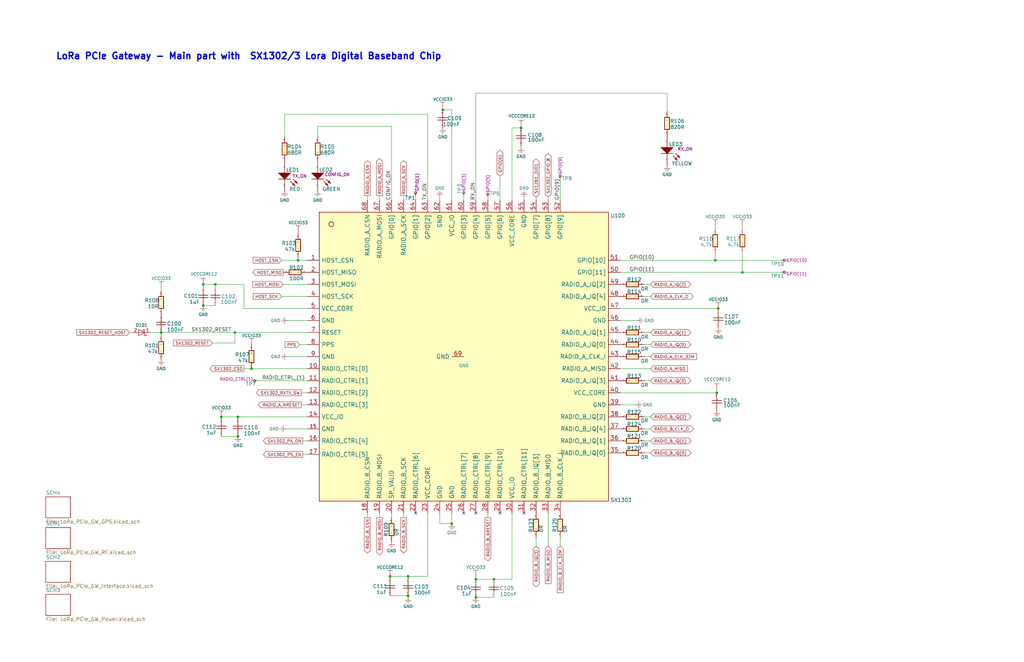
<source format=kicad_sch>
(kicad_sch (version 20230121) (generator eeschema)
  (paper "B")
  (title_block (title "LoRa PCIe Gateway Main") (date "2022-01-18") (rev "1.2") (company "Nebra Ltd") (comment 1 "SX1302/3 Schematic Part"))
  (junction (at 99.06 140.335))
  (junction (at 186.69 46.355))
  (junction (at 313.055 114.935))
  (junction (at 190.5 220.98))
  (junction (at 100.33 175.895))
  (junction (at 85.725 120.015))
  (junction (at 301.625 109.855))
  (junction (at 100.33 184.15))
  (junction (at 172.085 243.205))
  (junction (at 219.71 53.975))
  (junction (at 200.66 244.475))
  (junction (at 164.465 243.205))
  (junction (at 200.66 252.095))
  (junction (at 172.085 251.46))
  (junction (at 208.28 244.475))
  (junction (at 125.73 109.855))
  (junction (at 67.945 140.335))
  (junction (at 90.805 120.015))
  (junction (at 106.045 155.575))
  (junction (at 93.345 175.895))
  (junction (at 85.725 128.905))
  (junction (at 302.895 130.175))
  (junction (at 302.26 165.735))
  (no_connect (at 200.66 216.535))
  (no_connect (at 195.58 216.535))
  (no_connect (at 210.82 216.535))
  (no_connect (at 175.26 216.535))
  (no_connect (at 220.98 216.535))
  (wire (pts (xy 301.625 106.68) (xy 301.625 109.855)))
  (wire (pts (xy 180.34 243.205) (xy 180.34 216.535)))
  (wire (pts (xy 154.94 216.535) (xy 154.94 218.44)))
  (wire (pts (xy 274.32 145.415) (xy 271.78 145.415)))
  (wire (pts (xy 89.535 144.78) (xy 99.06 144.78)))
  (wire (pts (xy 215.9 244.475) (xy 208.28 244.475)))
  (wire (pts (xy 302.895 130.175) (xy 302.895 130.81)))
  (wire (pts (xy 120.015 48.26) (xy 180.34 48.26)))
  (wire (pts (xy 200.66 84.455) (xy 200.66 39.37)))
  (wire (pts (xy 301.625 109.855) (xy 329.565 109.855)))
  (wire (pts (xy 274.32 155.575) (xy 261.62 155.575)))
  (wire (pts (xy 215.9 53.975) (xy 219.71 53.975)))
  (wire (pts (xy 274.32 120.015) (xy 271.78 120.015)))
  (wire (pts (xy 261.62 135.255) (xy 268.605 135.255)))
  (wire (pts (xy 231.14 230.505) (xy 231.14 216.535)))
  (wire (pts (xy 180.34 48.26) (xy 180.34 84.455)))
  (wire (pts (xy 129.54 125.095) (xy 118.745 125.095)))
  (wire (pts (xy 133.985 53.34) (xy 165.1 53.34)))
  (wire (pts (xy 127.635 186.055) (xy 129.54 186.055)))
  (wire (pts (xy 186.69 46.355) (xy 190.5 46.355)))
  (wire (pts (xy 90.805 120.015) (xy 102.87 120.015)))
  (wire (pts (xy 154.94 82.55) (xy 154.94 84.455)))
  (wire (pts (xy 219.71 61.595) (xy 219.71 62.23)))
  (wire (pts (xy 190.5 220.98) (xy 190.5 216.535)))
  (wire (pts (xy 261.62 170.815) (xy 267.97 170.815)))
  (wire (pts (xy 129.54 109.855) (xy 125.73 109.855)))
  (wire (pts (xy 220.98 83.185) (xy 220.98 84.455)))
  (wire (pts (xy 185.42 83.185) (xy 185.42 84.455)))
  (wire (pts (xy 185.42 220.98) (xy 190.5 220.98)))
  (wire (pts (xy 236.22 226.695) (xy 236.22 230.505)))
  (wire (pts (xy 313.055 114.935) (xy 329.565 114.935)))
  (wire (pts (xy 205.74 216.535) (xy 205.74 218.44)))
  (wire (pts (xy 90.805 120.015) (xy 85.725 120.015)))
  (wire (pts (xy 125.73 97.79) (xy 125.73 98.425)))
  (wire (pts (xy 127 165.735) (xy 129.54 165.735)))
  (wire (pts (xy 274.32 125.095) (xy 271.78 125.095)))
  (wire (pts (xy 160.02 82.55) (xy 160.02 84.455)))
  (wire (pts (xy 55.88 140.335) (xy 54.61 140.335)))
  (wire (pts (xy 313.055 95.25) (xy 313.055 96.52)))
  (wire (pts (xy 120.65 180.975) (xy 129.54 180.975)))
  (wire (pts (xy 261.62 165.735) (xy 302.26 165.735)))
  (wire (pts (xy 106.045 155.575) (xy 102.87 155.575)))
  (wire (pts (xy 274.32 191.135) (xy 271.78 191.135)))
  (wire (pts (xy 208.28 244.475) (xy 200.66 244.475)))
  (wire (pts (xy 231.14 83.185) (xy 231.14 84.455)))
  (wire (pts (xy 210.82 74.295) (xy 210.82 84.455)))
  (wire (pts (xy 126.365 145.415) (xy 129.54 145.415)))
  (wire (pts (xy 274.32 140.335) (xy 271.78 140.335)))
  (wire (pts (xy 165.1 53.34) (xy 165.1 84.455)))
  (wire (pts (xy 172.085 243.205) (xy 180.34 243.205)))
  (wire (pts (xy 129.54 120.015) (xy 119.38 120.015)))
  (wire (pts (xy 226.06 84.455) (xy 226.06 83.185)))
  (wire (pts (xy 274.32 160.655) (xy 271.78 160.655)))
  (wire (pts (xy 99.06 140.335) (xy 129.54 140.335)))
  (wire (pts (xy 129.54 160.655) (xy 108.585 160.655)))
  (wire (pts (xy 164.465 251.46) (xy 172.085 251.46)))
  (wire (pts (xy 261.62 114.935) (xy 313.055 114.935)))
  (wire (pts (xy 172.085 243.205) (xy 172.085 243.84)))
  (wire (pts (xy 129.54 155.575) (xy 106.045 155.575)))
  (wire (pts (xy 120.015 57.785) (xy 120.015 48.26)))
  (wire (pts (xy 125.73 109.855) (xy 118.745 109.855)))
  (wire (pts (xy 121.285 135.255) (xy 129.54 135.255)))
  (wire (pts (xy 164.465 243.205) (xy 172.085 243.205)))
  (wire (pts (xy 200.66 39.37) (xy 281.305 39.37)))
  (wire (pts (xy 164.465 243.205) (xy 164.465 243.84)))
  (wire (pts (xy 129.54 170.815) (xy 127 170.815)))
  (wire (pts (xy 67.945 140.335) (xy 99.06 140.335)))
  (wire (pts (xy 313.055 106.68) (xy 313.055 114.935)))
  (wire (pts (xy 102.87 120.015) (xy 102.87 130.175)))
  (wire (pts (xy 90.805 121.285) (xy 90.805 120.015)))
  (wire (pts (xy 133.985 53.34) (xy 133.985 57.785)))
  (wire (pts (xy 99.06 144.78) (xy 99.06 140.335)))
  (wire (pts (xy 93.345 184.15) (xy 100.33 184.15)))
  (wire (pts (xy 281.305 39.37) (xy 281.305 46.99)))
  (wire (pts (xy 85.725 120.015) (xy 85.725 121.285)))
  (wire (pts (xy 226.06 226.695) (xy 226.06 230.505)))
  (wire (pts (xy 219.71 53.34) (xy 219.71 53.975)))
  (wire (pts (xy 129.54 191.77) (xy 127.635 191.77)))
  (wire (pts (xy 165.1 216.535) (xy 165.1 218.44)))
  (wire (pts (xy 301.625 96.52) (xy 301.625 95.25)))
  (wire (pts (xy 190.5 46.355) (xy 190.5 84.455)))
  (wire (pts (xy 102.87 130.175) (xy 129.54 130.175)))
  (wire (pts (xy 200.66 243.205) (xy 200.66 244.475)))
  (wire (pts (xy 63.5 140.335) (xy 67.945 140.335)))
  (wire (pts (xy 129.54 175.895) (xy 100.33 175.895)))
  (wire (pts (xy 185.42 216.535) (xy 185.42 220.98)))
  (wire (pts (xy 274.32 175.895) (xy 271.78 175.895)))
  (wire (pts (xy 186.69 45.72) (xy 186.69 46.355)))
  (wire (pts (xy 274.32 180.975) (xy 271.78 180.975)))
  (wire (pts (xy 100.33 175.895) (xy 93.345 175.895)))
  (wire (pts (xy 175.26 82.55) (xy 175.26 84.455)))
  (wire (pts (xy 274.32 150.495) (xy 271.78 150.495)))
  (wire (pts (xy 170.18 82.55) (xy 170.18 84.455)))
  (wire (pts (xy 274.32 186.055) (xy 271.78 186.055)))
  (wire (pts (xy 215.9 216.535) (xy 215.9 244.475)))
  (wire (pts (xy 172.085 251.46) (xy 172.085 252.095)))
  (wire (pts (xy 67.945 141.605) (xy 67.945 140.335)))
  (wire (pts (xy 90.805 128.905) (xy 85.725 128.905)))
  (wire (pts (xy 100.33 176.53) (xy 100.33 175.895)))
  (wire (pts (xy 67.945 121.285) (xy 67.945 122.555)))
  (wire (pts (xy 170.18 216.535) (xy 170.18 218.44)))
  (wire (pts (xy 302.26 164.465) (xy 302.26 165.735)))
  (wire (pts (xy 205.74 83.185) (xy 205.74 84.455)))
  (wire (pts (xy 208.28 252.095) (xy 200.66 252.095)))
  (wire (pts (xy 236.22 84.455) (xy 236.22 75.565)))
  (wire (pts (xy 125.73 108.585) (xy 125.73 109.855)))
  (wire (pts (xy 93.345 176.53) (xy 93.345 175.895)))
  (wire (pts (xy 261.62 109.855) (xy 301.625 109.855)))
  (wire (pts (xy 261.62 130.175) (xy 302.895 130.175)))
  (wire (pts (xy 215.9 84.455) (xy 215.9 53.975)))
  (wire (pts (xy 195.58 82.55) (xy 195.58 84.455)))
  (wire (pts (xy 129.54 150.495) (xy 121.285 150.495)))
  (wire (pts (xy 160.02 216.535) (xy 160.02 218.44)))
  (text "LoRa PCIe Gateway - Main part with  SX1302/3 Lora Digital Baseband Chip" (at 23.495 25.4 0) (effects (font (size 2.7432 2.7432) (thickness 0.5486) bold) (justify left bottom)))
  (label "GPIO(11)" (at 265.43 114.935 0) (effects (font (size 1.524 1.524))))
  (label "SX1302_RESET" (at 80.645 140.335 0) (effects (font (size 1.524 1.524))))
  (label "GPIO(10)" (at 265.43 109.855 0) (effects (font (size 1.524 1.524))))
  (label "TX_ON" (at 180.34 84.455 90) (effects (font (size 1.524 1.524))))
  (label "RX_ON" (at 200.66 84.455 90) (effects (font (size 1.524 1.524))))
  (label "CONFIG_OK" (at 165.1 84.455 90) (effects (font (size 1.524 1.524))))
  (label "GPIO(9)" (at 236.22 84.455 90) (effects (font (size 1.524 1.524))))
  (label "RADIO_CTRL_(1)" (at 110.49 160.655 0) (effects (font (size 1.524 1.524))))
  (global_label "RADIO_A_CSN" (shape output) (at 154.94 82.55 90) (property "Intersheetrefs" "${INTERSHEET_REFS}" (effects hide)))
  (global_label "SX1261_DIO1" (shape bidirectional) (at 226.06 83.185 90) (property "Intersheetrefs" "${INTERSHEET_REFS}" (effects hide)))
  (global_label "RADIO_B_CLK_32M" (shape input) (at 236.22 230.505 270) (property "Intersheetrefs" "${INTERSHEET_REFS}" (effects hide)))
  (global_label "RADIO_B_IQ(3)" (shape bidirectional) (at 226.06 230.505 270) (property "Intersheetrefs" "${INTERSHEET_REFS}" (effects hide)))
  (global_label "RADIO_A_IQ(3)" (shape bidirectional) (at 274.32 160.655 0) (property "Intersheetrefs" "${INTERSHEET_REFS}" (effects hide)))
  (global_label "RADIO_B_NRESET" (shape output) (at 205.74 218.44 270) (property "Intersheetrefs" "${INTERSHEET_REFS}" (effects hide)))
  (global_label "RADIO_A_IQ(2)" (shape bidirectional) (at 274.32 120.015 0) (property "Intersheetrefs" "${INTERSHEET_REFS}" (effects hide)))
  (global_label "RADIO_A_MISO" (shape input) (at 274.32 155.575 0) (property "Intersheetrefs" "${INTERSHEET_REFS}" (effects hide)))
  (global_label "RADIO_B_CSN" (shape output) (at 154.94 218.44 270) (property "Intersheetrefs" "${INTERSHEET_REFS}" (effects hide)))
  (global_label "SX1302_RESET" (shape input) (at 89.535 144.78 180) (property "Intersheetrefs" "${INTERSHEET_REFS}" (effects hide)))
  (global_label "RADIO_A_NRESET" (shape output) (at 127 170.815 180) (property "Intersheetrefs" "${INTERSHEET_REFS}" (effects hide)))
  (global_label "RADIO_B_MOSI" (shape output) (at 160.02 218.44 270) (property "Intersheetrefs" "${INTERSHEET_REFS}" (effects hide)))
  (global_label "SX1302_CSD" (shape output) (at 102.87 155.575 180) (property "Intersheetrefs" "${INTERSHEET_REFS}" (effects hide)))
  (global_label "HOST_MOSI" (shape input) (at 119.38 120.015 180) (property "Intersheetrefs" "${INTERSHEET_REFS}" (effects hide)))
  (global_label "SX1302_RESET_HOST" (shape input) (at 54.61 140.335 180) (property "Intersheetrefs" "${INTERSHEET_REFS}" (effects hide)))
  (global_label "GPIO(6)" (shape bidirectional) (at 210.82 74.295 90) (property "Intersheetrefs" "${INTERSHEET_REFS}" (effects hide)))
  (global_label "RADIO_A_IQ(0)" (shape bidirectional) (at 274.32 145.415 0) (property "Intersheetrefs" "${INTERSHEET_REFS}" (effects hide)))
  (global_label "RADIO_A_IQ(1)" (shape bidirectional) (at 274.32 140.335 0) (property "Intersheetrefs" "${INTERSHEET_REFS}" (effects hide)))
  (global_label "SX1302_PA_ON" (shape output) (at 127.635 186.055 180) (property "Intersheetrefs" "${INTERSHEET_REFS}" (effects hide)))
  (global_label "RADIO_B_SCK" (shape output) (at 170.18 218.44 270) (property "Intersheetrefs" "${INTERSHEET_REFS}" (effects hide)))
  (global_label "RADIO_B_IQ(0)" (shape bidirectional) (at 274.32 191.135 0) (property "Intersheetrefs" "${INTERSHEET_REFS}" (effects hide)))
  (global_label "HOST_CSN" (shape input) (at 118.745 109.855 180) (property "Intersheetrefs" "${INTERSHEET_REFS}" (effects hide)))
  (global_label "SX1302_PS_EN" (shape output) (at 127.635 191.77 180) (property "Intersheetrefs" "${INTERSHEET_REFS}" (effects hide)))
  (global_label "RADIO_B_IQ(2)" (shape bidirectional) (at 274.32 175.895 0) (property "Intersheetrefs" "${INTERSHEET_REFS}" (effects hide)))
  (global_label "HOST_MISO" (shape output) (at 119.38 114.935 180) (property "Intersheetrefs" "${INTERSHEET_REFS}" (effects hide)))
  (global_label "SX1302_GPIO_8" (shape bidirectional) (at 231.14 83.185 90) (property "Intersheetrefs" "${INTERSHEET_REFS}" (effects hide)))
  (global_label "PPS" (shape input) (at 126.365 145.415 180) (property "Intersheetrefs" "${INTERSHEET_REFS}" (effects hide)))
  (global_label "RADIO_B_MISO" (shape input) (at 231.14 230.505 270) (property "Intersheetrefs" "${INTERSHEET_REFS}" (effects hide)))
  (global_label "RADIO_B_CLK_O" (shape bidirectional) (at 274.32 180.975 0) (property "Intersheetrefs" "${INTERSHEET_REFS}" (effects hide)))
  (global_label "RADIO_A_MOSI" (shape output) (at 160.02 82.55 90) (property "Intersheetrefs" "${INTERSHEET_REFS}" (effects hide)))
  (global_label "SX1302_RXTX_SW" (shape output) (at 127 165.735 180) (property "Intersheetrefs" "${INTERSHEET_REFS}" (effects hide)))
  (global_label "RADIO_A_CLK_O" (shape bidirectional) (at 274.32 125.095 0) (property "Intersheetrefs" "${INTERSHEET_REFS}" (effects hide)))
  (global_label "RADIO_A_SCK" (shape output) (at 170.18 82.55 90) (property "Intersheetrefs" "${INTERSHEET_REFS}" (effects hide)))
  (global_label "HOST_SCK" (shape input) (at 118.745 125.095 180) (property "Intersheetrefs" "${INTERSHEET_REFS}" (effects hide)))
  (global_label "RADIO_B_IQ(1)" (shape bidirectional) (at 274.32 186.055 0) (property "Intersheetrefs" "${INTERSHEET_REFS}" (effects hide)))
  (global_label "RADIO_A_CLK_32M" (shape input) (at 274.32 150.495 0) (property "Intersheetrefs" "${INTERSHEET_REFS}" (effects hide)))
  (symbol (lib_id "LoRa_PCIe_GW-rescue:LED-") (at 281.305 57.15 270) (unit 1)
    (property "Reference" "LED3" (at 282.0416 61.7474 90) (effects (font (size 1.524 1.524)) (justify left bottom)))
    (property "Value" "YELLOW" (at 283.21 69.85 90) (effects (font (size 1.524 1.524)) (justify left bottom)))
    (property "Footprint" "LoRa_PCIe_GW:CD1005-0402-YELLOW" (effects hide))
    (property "Description" "Yellow 590nm LED Indication - Discrete 1.85V 0402 (1005 Metric)" (effects hide))
    (property "Manufacturer" "Kingbright" (effects hide))
    (property "Part Number" "APHHS1005LSYCK/J3-PF" (effects hide))
    (property "Price[1k]" "0.16" (effects hide))
    (property "Supplier Link" "https://www.digikey.com/en/products/detail/kingbright/APHHS1005LSYCK-J3-PF/7318978" (effects hide))
    (property "Label" "RX_ON" (at 288.925 62.865 90))
  )
  (symbol (lib_id "LoRa_PCIe_GW-rescue:Cap-") (at 302.26 173.355 90) (unit 1)
    (property "Reference" "C106" (at 304.9524 169.8752 90) (effects (font (size 1.524 1.524)) (justify right top)))
    (property "Value" "100nF" (at 304.9524 171.8564 90) (effects (font (size 1.524 1.524)) (justify right top)))
    (property "Footprint" "LoRa_PCIe_GW:ccer_201_smd_small" (effects hide))
    (property "Description" "0.1µF ±10% 16V Ceramic Capacitor X7S 0201 (0603 Metric)" (effects hide))
    (property "Manufacturer" "Murata" (effects hide))
    (property "Part Number" "GRM033C71C104KE14D" (effects hide))
    (property "Price[1k]" "0.01" (effects hide))
    (property "Supplier Link" "https://www.digikey.com/en/products/detail/murata-electronics/GRM033C71C104KE14D/5027472" (effects hide))
  )
  (symbol (lib_id "LoRa_PCIe_GW-rescue:Cap-") (at 172.085 251.46 90) (unit 1)
    (property "Reference" "C103" (at 174.5996 248.4374 90) (effects (font (size 1.524 1.524)) (justify right top)))
    (property "Value" "100nF" (at 174.5996 250.9774 90) (effects (font (size 1.524 1.524)) (justify right top)))
    (property "Footprint" "LoRa_PCIe_GW:ccer_201_smd_small" (effects hide))
    (property "Description" "0.1µF ±10% 16V Ceramic Capacitor X7S 0201 (0603 Metric)" (effects hide))
    (property "Manufacturer" "Murata" (effects hide))
    (property "Part Number" "GRM033C71C104KE14D" (effects hide))
    (property "Price[1k]" "0.01" (effects hide))
    (property "Supplier Link" "https://www.digikey.com/en/products/detail/murata-electronics/GRM033C71C104KE14D/5027472" (effects hide))
  )
  (symbol (lib_id "LoRa_PCIe_GW-rescue:Cap-") (at 186.69 53.975 90) (unit 1)
    (property "Reference" "C109" (at 188.595 50.8 90) (effects (font (size 1.524 1.524)) (justify right top)))
    (property "Value" "100nF" (at 186.69 53.34 90) (effects (font (size 1.524 1.524)) (justify right top)))
    (property "Footprint" "LoRa_PCIe_GW:ccer_201_smd_small" (effects hide))
    (property "Description" "0.1µF ±10% 16V Ceramic Capacitor X7S 0201 (0603 Metric)" (effects hide))
    (property "Manufacturer" "Murata" (effects hide))
    (property "Part Number" "GRM033C71C104KE14D" (effects hide))
    (property "Price[1k]" "0.01" (effects hide))
    (property "Supplier Link" "https://www.digikey.com/en/products/detail/murata-electronics/GRM033C71C104KE14D/5027472" (effects hide))
  )
  (symbol (lib_id "LoRa_PCIe_GW-rescue:Cap-") (at 100.33 184.15 90) (unit 1)
    (property "Reference" "C110" (at 102.743 181.2544 90) (effects (font (size 1.524 1.524)) (justify right top)))
    (property "Value" "100nF" (at 102.743 183.7944 90) (effects (font (size 1.524 1.524)) (justify right top)))
    (property "Footprint" "LoRa_PCIe_GW:ccer_201_smd_small" (effects hide))
    (property "Description" "0.1µF ±10% 16V Ceramic Capacitor X7S 0201 (0603 Metric)" (effects hide))
    (property "Manufacturer" "Murata" (effects hide))
    (property "Part Number" "GRM033C71C104KE14D" (effects hide))
    (property "Price[1k]" "0.01" (effects hide))
    (property "Supplier Link" "https://www.digikey.com/en/products/detail/murata-electronics/GRM033C71C104KE14D/5027472" (effects hide))
  )
  (symbol (lib_id "LoRa_PCIe_GW-rescue:Resistor-") (at 313.055 106.68 90) (unit 1)
    (property "Reference" "R117" (at 306.07 101.6 90) (effects (font (size 1.524 1.524)) (justify right top)))
    (property "Value" "4.7k" (at 306.705 104.14 90) (effects (font (size 1.524 1.524)) (justify right top)))
    (property "Footprint" "LoRa_PCIe_GW:rlc_201_smd_small" (effects hide))
    (property "Description" "4.7 kOhms ±1% 0.05W, 1/20W Chip Resistor 0201 (0603 Metric)  Thick Film" (effects hide))
    (property "Manufacturer" "Vishay Dale" (effects hide))
    (property "Part Number" "CRCW02014K70FNED" (effects hide))
    (property "Price[1k]" "0.011" (effects hide))
    (property "Supplier Link" "https://www.digikey.com/en/products/detail/vishay-dale/CRCW02014K70FNED/1199881?s=N4IgTCBcDaIMICU4HUAMZUEYAsBpA7KgGIByAogCIgC6AvkA" (effects hide))
  )
  (symbol (lib_id "LoRa_PCIe_GW-rescue:Resistor-") (at 301.625 106.68 90) (unit 1)
    (property "Reference" "R116" (at 294.64 101.6 90) (effects (font (size 1.524 1.524)) (justify right top)))
    (property "Value" "4.7k" (at 295.275 104.14 90) (effects (font (size 1.524 1.524)) (justify right top)))
    (property "Footprint" "LoRa_PCIe_GW:rlc_201_smd_small" (effects hide))
    (property "Description" "4.7 kOhms ±1% 0.05W, 1/20W Chip Resistor 0201 (0603 Metric)  Thick Film" (effects hide))
    (property "Manufacturer" "Vishay Dale" (effects hide))
    (property "Part Number" "CRCW02014K70FNED" (effects hide))
    (property "Price[1k]" "0.011" (effects hide))
    (property "Supplier Link" "https://www.digikey.com/en/products/detail/vishay-dale/CRCW02014K70FNED/1199881?s=N4IgTCBcDaIMICU4HUAMZUEYAsBpA7KgGIByAogCIgC6AvkA" (effects hide))
  )
  (symbol (lib_id "LoRa_PCIe_GW-rescue:test_pin-") (at 330.835 114.935 180) (unit 1)
    (property "Reference" "TP11" (at 330.835 115.57 0) (effects (font (size 1.524 1.524)) (justify left bottom)))
    (property "Value" "NC" (effects hide))
    (property "Footprint" "LoRa_PCIe_GW:PIN_SMD" (effects hide))
    (property "Label" "GPIO(11)" (at 335.915 115.57 0))
  )
  (symbol (lib_id "LoRa_PCIe_GW-rescue:Resistor-") (at 165.1 228.6 90) (unit 1)
    (property "Reference" "R109" (at 161.925 220.345 0) (effects (font (size 1.524 1.524)) (justify right top)))
    (property "Value" "0R" (at 166.37 222.885 0) (effects (font (size 1.524 1.524)) (justify right top)))
    (property "Footprint" "LoRa_PCIe_GW:rlc_201_smd_small" (effects hide))
    (property "Description" "0 Ohms Jumper 0.05W, 1/20W Chip Resistor 0201 (0603 Metric)  Thick Film" (effects hide))
    (property "Manufacturer" "Vishay Dale" (effects hide))
    (property "Part Number" "CRCW02010000Z0ED" (effects hide))
    (property "Price[1k]" "0.006" (effects hide))
    (property "Supplier Link" "https://www.digikey.com/en/products/detail/vishay-dale/CRCW02010000Z0ED/1178434?s=N4IgTCBcDaIMICU4HUAMZUEZU9QLVQFEAREAXQF8g" (effects hide))
  )
  (symbol (lib_id "LoRa_PCIe_GW-rescue:Cap-") (at 93.345 184.15 90) (unit 1)
    (property "Reference" "C112" (at 85.09 180.975 90) (effects (font (size 1.524 1.524)) (justify right top)))
    (property "Value" "1uF" (at 86.995 183.515 90) (effects (font (size 1.524 1.524)) (justify right top)))
    (property "Footprint" "LoRa_PCIe_GW:ccer_402_smd_small" (effects hide))
    (property "Description" "1µF ±20% 10V Ceramic Capacitor X5R 0402 (1005 Metric)" (effects hide))
    (property "Manufacturer" "Murata" (effects hide))
    (property "Part Number" "GRM153R61A105ME95D" (effects hide))
    (property "Price[1k]" "0.038" (effects hide))
    (property "Supplier Link" "https://www.digikey.com/en/products/detail/murata-electronics/GRM153R61A105ME95D/4904820" (effects hide))
  )
  (symbol (lib_id "LoRa_PCIe_GW-rescue:Cap-") (at 164.465 251.46 90) (unit 1)
    (property "Reference" "C111" (at 157.1752 248.2342 90) (effects (font (size 1.524 1.524)) (justify right top)))
    (property "Value" "1uF" (at 158.6738 250.7488 90) (effects (font (size 1.524 1.524)) (justify right top)))
    (property "Footprint" "LoRa_PCIe_GW:ccer_402_smd_small" (effects hide))
    (property "Description" "1µF ±20% 10V Ceramic Capacitor X5R 0402 (1005 Metric)" (effects hide))
    (property "Manufacturer" "Murata" (effects hide))
    (property "Part Number" "GRM153R61A105ME95D" (effects hide))
    (property "Price[1k]" "0.038" (effects hide))
    (property "Supplier Link" "https://www.digikey.com/en/products/detail/murata-electronics/GRM153R61A105ME95D/4904820" (effects hide))
  )
  (symbol (lib_id "LoRa_PCIe_GW-rescue:test_pin-") (at 175.26 81.28 270) (unit 1)
    (property "Reference" "TP1" (at 170.815 84.455 90) (effects (font (size 1.524 1.524)) (justify left bottom)))
    (property "Value" "NC" (effects hide))
    (property "Footprint" "LoRa_PCIe_GW:PIN_SMD" (effects hide))
    (property "Label" "GPIO(1)" (at 175.895 76.835 0))
  )
  (symbol (lib_id "LoRa_PCIe_GW-rescue:Resistor-") (at 261.62 191.135 0) (unit 1)
    (property "Reference" "R120" (at 264.3632 190.0174 0) (effects (font (size 1.524 1.524)) (justify left bottom)))
    (property "Value" "0R" (at 270.1798 193.8528 0) (effects (font (size 1.524 1.524)) (justify left bottom)))
    (property "Footprint" "LoRa_PCIe_GW:rlc_201_smd_small" (effects hide))
    (property "Description" "0 Ohms Jumper 0.05W, 1/20W Chip Resistor 0201 (0603 Metric)  Thick Film" (effects hide))
    (property "Manufacturer" "Vishay Dale" (effects hide))
    (property "Part Number" "CRCW02010000Z0ED" (effects hide))
    (property "Price[1k]" "0.006" (effects hide))
    (property "Supplier Link" "https://www.digikey.com/en/products/detail/vishay-dale/CRCW02010000Z0ED/1178434?s=N4IgTCBcDaIMICU4HUAMZUEZU9QLVQFEAREAXQF8g" (effects hide))
  )
  (symbol (lib_id "LoRa_PCIe_GW-rescue:Cap-") (at 90.805 128.905 90) (unit 1)
    (property "Reference" "C102" (at 93.2688 126.0094 90) (effects (font (size 1.524 1.524)) (justify right top)))
    (property "Value" "100nF" (at 92.9894 128.3208 90) (effects (font (size 1.524 1.524)) (justify right top)))
    (property "Footprint" "LoRa_PCIe_GW:ccer_201_smd_small" (effects hide))
    (property "Description" "0.1µF ±10% 16V Ceramic Capacitor X7S 0201 (0603 Metric)" (effects hide))
    (property "Manufacturer" "Murata" (effects hide))
    (property "Part Number" "GRM033C71C104KE14D" (effects hide))
    (property "Price[1k]" "0.01" (effects hide))
    (property "Supplier Link" "https://www.digikey.com/en/products/detail/murata-electronics/GRM033C71C104KE14D/5027472" (effects hide))
  )
  (symbol (lib_id "LoRa_PCIe_GW-rescue:Resistor-") (at 261.62 186.055 0) (unit 1)
    (property "Reference" "R121" (at 264.3632 184.9374 0) (effects (font (size 1.524 1.524)) (justify left bottom)))
    (property "Value" "0R" (at 270.1798 188.5188 0) (effects (font (size 1.524 1.524)) (justify left bottom)))
    (property "Footprint" "LoRa_PCIe_GW:rlc_201_smd_small" (effects hide))
    (property "Description" "0 Ohms Jumper 0.05W, 1/20W Chip Resistor 0201 (0603 Metric)  Thick Film" (effects hide))
    (property "Manufacturer" "Vishay Dale" (effects hide))
    (property "Part Number" "CRCW02010000Z0ED" (effects hide))
    (property "Price[1k]" "0.006" (effects hide))
    (property "Supplier Link" "https://www.digikey.com/en/products/detail/vishay-dale/CRCW02010000Z0ED/1178434?s=N4IgTCBcDaIMICU4HUAMZUEZU9QLVQFEAREAXQF8g" (effects hide))
  )
  (symbol (lib_id "LoRa_PCIe_GW-rescue:test_pin-") (at 330.835 109.855 180) (unit 1)
    (property "Reference" "TP10" (at 330.835 110.49 0) (effects (font (size 1.524 1.524)) (justify left bottom)))
    (property "Value" "NC" (effects hide))
    (property "Footprint" "LoRa_PCIe_GW:PIN_SMD" (effects hide))
    (property "Label" "GPIO(10)" (at 335.915 109.855 0))
  )
  (symbol (lib_id "LoRa_PCIe_GW-rescue:Resistor-") (at 236.22 226.695 90) (unit 1)
    (property "Reference" "R125" (at 233.045 218.44 0) (effects (font (size 1.524 1.524)) (justify right top)))
    (property "Value" "0R" (at 237.49 221.615 0) (effects (font (size 1.524 1.524)) (justify right top)))
    (property "Footprint" "LoRa_PCIe_GW:rlc_201_smd_small" (effects hide))
    (property "Description" "0 Ohms Jumper 0.05W, 1/20W Chip Resistor 0201 (0603 Metric)  Thick Film" (effects hide))
    (property "Manufacturer" "Vishay Dale" (effects hide))
    (property "Part Number" "CRCW02010000Z0ED" (effects hide))
    (property "Price[1k]" "0.006" (effects hide))
    (property "Supplier Link" "https://www.digikey.com/en/products/detail/vishay-dale/CRCW02010000Z0ED/1178434?s=N4IgTCBcDaIMICU4HUAMZUEZU9QLVQFEAREAXQF8g" (effects hide))
  )
  (symbol (lib_id "LoRa_PCIe_GW-rescue:Resistor-") (at 226.06 226.695 90) (unit 1)
    (property "Reference" "R123" (at 224.79 224.663 0) (effects (font (size 1.524 1.524)) (justify left bottom)))
    (property "Value" "0R" (at 227.33 221.488 0) (effects (font (size 1.524 1.524)) (justify right top)))
    (property "Footprint" "LoRa_PCIe_GW:rlc_201_smd_small" (effects hide))
    (property "Description" "0 Ohms Jumper 0.05W, 1/20W Chip Resistor 0201 (0603 Metric)  Thick Film" (effects hide))
    (property "Manufacturer" "Vishay Dale" (effects hide))
    (property "Part Number" "CRCW02010000Z0ED" (effects hide))
    (property "Price[1k]" "0.006" (effects hide))
    (property "Supplier Link" "https://www.digikey.com/en/products/detail/vishay-dale/CRCW02010000Z0ED/1178434?s=N4IgTCBcDaIMICU4HUAMZUEZU9QLVQFEAREAXQF8g" (effects hide))
  )
  (symbol (lib_id "LoRa_PCIe_GW-rescue:Resistor-") (at 261.62 120.015 0) (unit 1)
    (property "Reference" "R112" (at 264.3632 118.8974 0) (effects (font (size 1.524 1.524)) (justify left bottom)))
    (property "Value" "0R" (at 270.1798 122.7328 0) (effects (font (size 1.524 1.524)) (justify left bottom)))
    (property "Footprint" "LoRa_PCIe_GW:rlc_201_smd_small" (effects hide))
    (property "Description" "0 Ohms Jumper 0.05W, 1/20W Chip Resistor 0201 (0603 Metric)  Thick Film" (effects hide))
    (property "Manufacturer" "Vishay Dale" (effects hide))
    (property "Part Number" "CRCW02010000Z0ED" (effects hide))
    (property "Price[1k]" "0.006" (effects hide))
    (property "Supplier Link" "https://www.digikey.com/en/products/detail/vishay-dale/CRCW02010000Z0ED/1178434?s=N4IgTCBcDaIMICU4HUAMZUEZU9QLVQFEAREAXQF8g" (effects hide))
  )
  (symbol (lib_id "LoRa_PCIe_GW-rescue:Resistor-") (at 261.62 150.495 0) (unit 1)
    (property "Reference" "R115" (at 264.3632 149.3774 0) (effects (font (size 1.524 1.524)) (justify left bottom)))
    (property "Value" "0R" (at 270.1798 153.2128 0) (effects (font (size 1.524 1.524)) (justify left bottom)))
    (property "Footprint" "LoRa_PCIe_GW:rlc_201_smd_small" (effects hide))
    (property "Description" "0 Ohms Jumper 0.05W, 1/20W Chip Resistor 0201 (0603 Metric)  Thick Film" (effects hide))
    (property "Manufacturer" "Vishay Dale" (effects hide))
    (property "Part Number" "CRCW02010000Z0ED" (effects hide))
    (property "Price[1k]" "0.006" (effects hide))
    (property "Supplier Link" "https://www.digikey.com/en/products/detail/vishay-dale/CRCW02010000Z0ED/1178434?s=N4IgTCBcDaIMICU4HUAMZUEZU9QLVQFEAREAXQF8g" (effects hide))
  )
  (symbol (lib_id "LoRa_PCIe_GW-rescue:Resistor-") (at 261.62 140.335 0) (unit 1)
    (property "Reference" "R111" (at 264.3632 139.2174 0) (effects (font (size 1.524 1.524)) (justify left bottom)))
    (property "Value" "0R" (at 270.1798 143.0528 0) (effects (font (size 1.524 1.524)) (justify left bottom)))
    (property "Footprint" "LoRa_PCIe_GW:rlc_201_smd_small" (effects hide))
    (property "Description" "0 Ohms Jumper 0.05W, 1/20W Chip Resistor 0201 (0603 Metric)  Thick Film" (effects hide))
    (property "Manufacturer" "Vishay Dale" (effects hide))
    (property "Part Number" "CRCW02010000Z0ED" (effects hide))
    (property "Price[1k]" "0.006" (effects hide))
    (property "Supplier Link" "https://www.digikey.com/en/products/detail/vishay-dale/CRCW02010000Z0ED/1178434?s=N4IgTCBcDaIMICU4HUAMZUEZU9QLVQFEAREAXQF8g" (effects hide))
  )
  (symbol (lib_id "LoRa_PCIe_GW-rescue:Resistor-") (at 261.62 145.415 0) (unit 1)
    (property "Reference" "R110" (at 264.3632 144.2974 0) (effects (font (size 1.524 1.524)) (justify left bottom)))
    (property "Value" "0R" (at 270.1798 148.1328 0) (effects (font (size 1.524 1.524)) (justify left bottom)))
    (property "Footprint" "LoRa_PCIe_GW:rlc_201_smd_small" (effects hide))
    (property "Description" "0 Ohms Jumper 0.05W, 1/20W Chip Resistor 0201 (0603 Metric)  Thick Film" (effects hide))
    (property "Manufacturer" "Vishay Dale" (effects hide))
    (property "Part Number" "CRCW02010000Z0ED" (effects hide))
    (property "Price[1k]" "0.006" (effects hide))
    (property "Supplier Link" "https://www.digikey.com/en/products/detail/vishay-dale/CRCW02010000Z0ED/1178434?s=N4IgTCBcDaIMICU4HUAMZUEZU9QLVQFEAREAXQF8g" (effects hide))
  )
  (symbol (lib_id "LoRa_PCIe_GW-rescue:Resistor-") (at 129.54 114.935 180) (unit 1)
    (property "Reference" "R102" (at 121.9454 113.792 0) (effects (font (size 1.524 1.524)) (justify right top)))
    (property "Value" "100R" (at 121.9454 118.364 0) (effects (font (size 1.524 1.524)) (justify right top)))
    (property "Footprint" "LoRa_PCIe_GW:rlc_201_smd_small" (effects hide))
    (property "Description" "100 Ohms ±1% 0.05W, 1/20W Chip Resistor 0201 (0603 Metric)  Thick Film" (effects hide))
    (property "Manufacturer" "Vishay Dale" (effects hide))
    (property "Part Number" "CRCW0201100R" (effects hide))
    (property "Price[1k]" "0.037" (effects hide))
    (property "Supplier Link" "https://www.digikey.com/en/products/detail/vishay-dale/CRCW0201100RFKED/1967973" (effects hide))
  )
  (symbol (lib_id "LoRa_PCIe_GW-rescue:Cap-") (at 85.725 128.905 90) (unit 1)
    (property "Reference" "C101" (at 77.47 125.73 90) (effects (font (size 1.524 1.524)) (justify right top)))
    (property "Value" "1uF" (at 79.8576 128.3208 90) (effects (font (size 1.524 1.524)) (justify right top)))
    (property "Footprint" "LoRa_PCIe_GW:ccer_402_smd_small" (effects hide))
    (property "Description" "1µF ±20% 10V Ceramic Capacitor X5R 0402 (1005 Metric)" (effects hide))
    (property "Manufacturer" "Murata" (effects hide))
    (property "Part Number" "GRM153R61A105ME95D" (effects hide))
    (property "Price[1k]" "0.038" (effects hide))
    (property "Supplier Link" "https://www.digikey.com/en/products/detail/murata-electronics/GRM153R61A105ME95D/4904820" (effects hide))
  )
  (symbol (lib_id "LoRa_PCIe_GW-rescue:test_pin-") (at 205.74 81.915 270) (unit 1)
    (property "Reference" "TP5" (at 206.375 82.55 90) (effects (font (size 1.524 1.524)) (justify left bottom)))
    (property "Value" "NC" (effects hide))
    (property "Footprint" "LoRa_PCIe_GW:PIN_SMD" (effects hide))
    (property "Label" "GPIO(5)" (at 205.74 77.47 0))
  )
  (symbol (lib_id "LoRa_PCIe_GW-rescue:Resistor-") (at 261.62 180.975 0) (unit 1)
    (property "Reference" "R124" (at 264.3632 179.8574 0) (effects (font (size 1.524 1.524)) (justify left bottom)))
    (property "Value" "0R" (at 270.1798 183.6928 0) (effects (font (size 1.524 1.524)) (justify left bottom)))
    (property "Footprint" "LoRa_PCIe_GW:rlc_201_smd_small" (effects hide))
    (property "Description" "0 Ohms Jumper 0.05W, 1/20W Chip Resistor 0201 (0603 Metric)  Thick Film" (effects hide))
    (property "Manufacturer" "Vishay Dale" (effects hide))
    (property "Part Number" "CRCW02010000Z0ED" (effects hide))
    (property "Price[1k]" "0.006" (effects hide))
    (property "Supplier Link" "https://www.digikey.com/en/products/detail/vishay-dale/CRCW02010000Z0ED/1178434?s=N4IgTCBcDaIMICU4HUAMZUEZU9QLVQFEAREAXQF8g" (effects hide))
  )
  (symbol (lib_id "LoRa_PCIe_GW-rescue:Resistor-") (at 261.62 125.095 0) (unit 1)
    (property "Reference" "R114" (at 264.3632 123.9774 0) (effects (font (size 1.524 1.524)) (justify left bottom)))
    (property "Value" "0R" (at 270.1798 127.8128 0) (effects (font (size 1.524 1.524)) (justify left bottom)))
    (property "Footprint" "LoRa_PCIe_GW:rlc_201_smd_small" (effects hide))
    (property "Description" "0 Ohms Jumper 0.05W, 1/20W Chip Resistor 0201 (0603 Metric)  Thick Film" (effects hide))
    (property "Manufacturer" "Vishay Dale" (effects hide))
    (property "Part Number" "CRCW02010000Z0ED" (effects hide))
    (property "Price[1k]" "0.006" (effects hide))
    (property "Supplier Link" "https://www.digikey.com/en/products/detail/vishay-dale/CRCW02010000Z0ED/1178434?s=N4IgTCBcDaIMICU4HUAMZUEZU9QLVQFEAREAXQF8g" (effects hide))
  )
  (symbol (lib_id "LoRa_PCIe_GW-rescue:test_pin-") (at 107.315 160.655 0) (unit 1)
    (property "Reference" "TP7" (at 107.95 161.29 0) (effects (font (size 1.524 1.524)) (justify right top)))
    (property "Value" "NC" (effects hide))
    (property "Footprint" "LoRa_PCIe_GW:PIN_SMD" (effects hide))
    (property "Label" "RADIO_CTRL(1)" (at 99.695 160.02 0))
  )
  (symbol (lib_id "LoRa_PCIe_GW-rescue:Resistor-") (at 125.73 108.585 90) (unit 1)
    (property "Reference" "R103" (at 118.745 103.505 90) (effects (font (size 1.524 1.524)) (justify right top)))
    (property "Value" "47k" (at 120.015 106.045 90) (effects (font (size 1.524 1.524)) (justify right top)))
    (property "Footprint" "LoRa_PCIe_GW:rlc_201_smd_small" (effects hide))
    (property "Description" "47 kOhms ±5% 0.05W, 1/20W Chip Resistor 0201  Thick Film" (effects hide))
    (property "Manufacturer" "Vishay Dale" (effects hide))
    (property "Part Number" "CRCW020147K0" (effects hide))
    (property "Price[1k]" "0.039" (effects hide))
    (property "Supplier Link" "https://www.digikey.com/en/products/detail/vishay-dale/CRCW020147K0FKED/1968131" (effects hide))
  )
  (symbol (lib_id "LoRa_PCIe_GW-rescue:Resistor-") (at 133.985 67.945 90) (unit 1)
    (property "Reference" "R105" (at 135.0264 62.7634 90) (effects (font (size 1.524 1.524)) (justify right top)))
    (property "Value" "680R" (at 135.0264 65.3034 90) (effects (font (size 1.524 1.524)) (justify right top)))
    (property "Footprint" "LoRa_PCIe_GW:rlc_201_smd_small" (effects hide))
    (property "Description" "680 Ohms ±1% 0.05W, 1/20W Chip Resistor 0201 (0603 Metric)  Thick Film" (effects hide))
    (property "Manufacturer" "Vishay Dale" (effects hide))
    (property "Part Number" "CRCW0201680R" (effects hide))
    (property "Price[1k]" "0.011" (effects hide))
    (property "Supplier Link" "https://www.digikey.com/en/products/detail/vishay-dale/CRCW0201680RFNED/1199791" (effects hide))
  )
  (symbol (lib_id "LoRa_PCIe_GW-rescue:LED-") (at 133.985 67.945 270) (unit 1)
    (property "Reference" "LED2" (at 134.493 72.5424 90) (effects (font (size 1.524 1.524)) (justify left bottom)))
    (property "Value" "GREEN" (at 135.89 80.645 90) (effects (font (size 1.524 1.524)) (justify left bottom)))
    (property "Footprint" "LoRa_PCIe_GW:CD1005-0402" (effects hide))
    (property "Description" "Green 570nm LED Indication - Discrete 1.9V 0402 (1005 Metric)" (effects hide))
    (property "Manufacturer" "Kingbright" (effects hide))
    (property "Part Number" "APHHS1005LCGCK" (effects hide))
    (property "Price[1k]" "0.11" (effects hide))
    (property "Supplier Link" "https://www.digikey.com/en/products/detail/kingbright/APHHS1005LCGCK/7318974" (effects hide))
    (property "Label" "CONFIG_OK" (at 142.24 73.66 90))
  )
  (symbol (lib_id "LoRa_PCIe_GW-rescue:Cap-") (at 208.28 252.095 90) (unit 1)
    (property "Reference" "C105" (at 210.7184 249.0724 90) (effects (font (size 1.524 1.524)) (justify right top)))
    (property "Value" "100nF" (at 210.7184 251.6124 90) (effects (font (size 1.524 1.524)) (justify right top)))
    (property "Footprint" "LoRa_PCIe_GW:ccer_201_smd_small" (effects hide))
    (property "Description" "0.1µF ±10% 16V Ceramic Capacitor X7S 0201 (0603 Metric)" (effects hide))
    (property "Manufacturer" "Murata" (effects hide))
    (property "Part Number" "GRM033C71C104KE14D" (effects hide))
    (property "Price[1k]" "0.01" (effects hide))
    (property "Supplier Link" "https://www.digikey.com/en/products/detail/murata-electronics/GRM033C71C104KE14D/5027472" (effects hide))
  )
  (symbol (lib_id "LoRa_PCIe_GW-rescue:test_pin-") (at 236.22 74.295 270) (unit 1)
    (property "Reference" "TP9" (at 236.855 76.2 90) (effects (font (size 1.524 1.524)) (justify left bottom)))
    (property "Value" "NC" (effects hide))
    (property "Footprint" "LoRa_PCIe_GW:PIN_SMD" (effects hide))
    (property "Label" "GPIO(9)" (at 236.22 69.85 0))
  )
  (symbol (lib_id "LoRa_PCIe_GW-rescue:Resistor-") (at 261.62 175.895 0) (unit 1)
    (property "Reference" "R122" (at 264.3632 174.7774 0) (effects (font (size 1.524 1.524)) (justify left bottom)))
    (property "Value" "0R" (at 270.1798 178.3588 0) (effects (font (size 1.524 1.524)) (justify left bottom)))
    (property "Footprint" "LoRa_PCIe_GW:rlc_201_smd_small" (effects hide))
    (property "Description" "0 Ohms Jumper 0.05W, 1/20W Chip Resistor 0201 (0603 Metric)  Thick Film" (effects hide))
    (property "Manufacturer" "Vishay Dale" (effects hide))
    (property "Part Number" "CRCW02010000Z0ED" (effects hide))
    (property "Price[1k]" "0.006" (effects hide))
    (property "Supplier Link" "https://www.digikey.com/en/products/detail/vishay-dale/CRCW02010000Z0ED/1178434?s=N4IgTCBcDaIMICU4HUAMZUEZU9QLVQFEAREAXQF8g" (effects hide))
  )
  (symbol (lib_id "LoRa_PCIe_GW-rescue:Resistor-") (at 120.015 67.945 90) (unit 1)
    (property "Reference" "R104" (at 121.1072 62.7634 90) (effects (font (size 1.524 1.524)) (justify right top)))
    (property "Value" "680R" (at 121.1072 65.3034 90) (effects (font (size 1.524 1.524)) (justify right top)))
    (property "Footprint" "LoRa_PCIe_GW:rlc_201_smd_small" (effects hide))
    (property "Description" "680 Ohms ±1% 0.05W, 1/20W Chip Resistor 0201 (0603 Metric)  Thick Film" (effects hide))
    (property "Manufacturer" "Vishay Dale" (effects hide))
    (property "Part Number" "CRCW0201680R" (effects hide))
    (property "Price[1k]" "0.011" (effects hide))
    (property "Supplier Link" "https://www.digikey.com/en/products/detail/vishay-dale/CRCW0201680RFNED/1199791" (effects hide))
  )
  (symbol (lib_id "LoRa_PCIe_GW-rescue:LED-") (at 120.015 67.945 270) (unit 1)
    (property "Reference" "LED1" (at 120.5484 72.5424 90) (effects (font (size 1.524 1.524)) (justify left bottom)))
    (property "Value" "RED" (at 121.92 80.645 90) (effects (font (size 1.524 1.524)) (justify left bottom)))
    (property "Footprint" "LoRa_PCIe_GW:CD1005-0402-RED" (effects hide))
    (property "Description" "Red 630nm LED Indication - Discrete 1.95V 0402 (1005 Metric)" (effects hide))
    (property "Manufacturer" "Kingbright" (effects hide))
    (property "Part Number" "APHHS1005SURCK" (effects hide))
    (property "Price[1k]" "0.12" (effects hide))
    (property "Supplier Link" "https://www.digikey.com/en/products/detail/kingbright/APHHS1005SURCK/1747502" (effects hide))
    (property "Label" "TX_ON" (at 126.365 74.295 90))
  )
  (symbol (lib_id "LoRa_PCIe_GW-rescue:Cap-") (at 200.66 252.095 90) (unit 1)
    (property "Reference" "C104" (at 192.405 248.92 90) (effects (font (size 1.524 1.524)) (justify right top)))
    (property "Value" "1uF" (at 194.691 251.3584 90) (effects (font (size 1.524 1.524)) (justify right top)))
    (property "Footprint" "LoRa_PCIe_GW:ccer_402_smd_small" (effects hide))
    (property "Description" "1µF ±20% 10V Ceramic Capacitor X5R 0402 (1005 Metric)" (effects hide))
    (property "Manufacturer" "Murata" (effects hide))
    (property "Part Number" "GRM153R61A105ME95D" (effects hide))
    (property "Price[1k]" "0.038" (effects hide))
    (property "Supplier Link" "https://www.digikey.com/en/products/detail/murata-electronics/GRM153R61A105ME95D/4904820" (effects hide))
  )
  (symbol (lib_id "LoRa_PCIe_GW-rescue:Cap-") (at 302.895 138.43 90) (unit 1)
    (property "Reference" "C107" (at 305.3334 134.493 90) (effects (font (size 1.524 1.524)) (justify right top)))
    (property "Value" "100nF" (at 305.3334 137.0076 90) (effects (font (size 1.524 1.524)) (justify right top)))
    (property "Footprint" "LoRa_PCIe_GW:ccer_201_smd_small" (effects hide))
    (property "Description" "0.1µF ±10% 16V Ceramic Capacitor X7S 0201 (0603 Metric)" (effects hide))
    (property "Manufacturer" "Murata" (effects hide))
    (property "Part Number" "GRM033C71C104KE14D" (effects hide))
    (property "Price[1k]" "0.01" (effects hide))
    (property "Supplier Link" "https://www.digikey.com/en/products/detail/murata-electronics/GRM033C71C104KE14D/5027472" (effects hide))
  )
  (symbol (lib_id "LoRa_PCIe_GW-rescue:SX1303") (at 195.58 150.495 0) (unit 1)
    (property "Reference" "U100" (at 257.429 91.8718 0) (effects (font (size 1.524 1.524)) (justify left bottom)))
    (property "Value" "SX1303" (at 257.429 211.8614 0) (effects (font (size 1.524 1.524)) (justify left bottom)))
    (property "Footprint" "LoRa_PCIe_GW:vqfn68_7x7mm" (effects hide))
    (property "Datasheet" "https://semtech.my.salesforce.com/sfc/p/#E0000000JelG/a/2R000000Hlli/Te0cB6.fNWAPfxRfoFz38R6LOTf3sLAJhD4CpS2RwFc" (effects hide))
    (property "Description" "Digital Baseband Chip for LoRaWAN network gateways" (effects hide))
    (property "Manufacturer" "Semtech Corporation" (effects hide))
    (property "Part Number" "SX1303IMLTRT" (effects hide))
    (property "Price[1k]" "20" (effects hide))
    (property "Supplier Link" "https://www.digikey.com/en/products/detail/semtech-corporation/SX1303IMLTRT/13419419?s=N4IgTCBcDaIM4A8CMBmADCkBdAvkA" (effects hide))
  )
  (symbol (lib_id "LoRa_PCIe_GW-rescue:Resistor-") (at 261.62 160.655 0) (unit 1)
    (property "Reference" "R113" (at 264.3632 159.5374 0) (effects (font (size 1.524 1.524)) (justify left bottom)))
    (property "Value" "0R" (at 270.1798 163.3728 0) (effects (font (size 1.524 1.524)) (justify left bottom)))
    (property "Footprint" "LoRa_PCIe_GW:rlc_201_smd_small" (effects hide))
    (property "Description" "0 Ohms Jumper 0.05W, 1/20W Chip Resistor 0201 (0603 Metric)  Thick Film" (effects hide))
    (property "Manufacturer" "Vishay Dale" (effects hide))
    (property "Part Number" "CRCW02010000Z0ED" (effects hide))
    (property "Price[1k]" "0.006" (effects hide))
    (property "Supplier Link" "https://www.digikey.com/en/products/detail/vishay-dale/CRCW02010000Z0ED/1178434?s=N4IgTCBcDaIMICU4HUAMZUEZU9QLVQFEAREAXQF8g" (effects hide))
  )
  (symbol (lib_id "LoRa_PCIe_GW-rescue:Resistor-") (at 281.305 57.15 90) (unit 1)
    (property "Reference" "R106" (at 282.575 51.9684 90) (effects (font (size 1.524 1.524)) (justify right top)))
    (property "Value" "820R" (at 282.575 54.5084 90) (effects (font (size 1.524 1.524)) (justify right top)))
    (property "Footprint" "LoRa_PCIe_GW:rlc_201_smd_small" (effects hide))
    (property "Description" "820 Ohms ±5% 0.05W, 1/20W Chip Resistor 0201 (0603 Metric)  Thick Film" (effects hide))
    (property "Manufacturer" "Vishay Dale" (effects hide))
    (property "Part Number" "CRCW0201820R" (effects hide))
    (property "Price[1k]" "0.012" (effects hide))
    (property "Supplier Link" "https://www.digikey.com/en/products/detail/vishay-dale/CRCW0201820RJNED/1178449" (effects hide))
  )
  (symbol (lib_id "LoRa_PCIe_GW-rescue:Cap-") (at 219.71 61.595 90) (unit 1)
    (property "Reference" "C108" (at 222.4532 57.8612 90) (effects (font (size 1.524 1.524)) (justify right top)))
    (property "Value" "100nF" (at 222.4532 59.8678 90) (effects (font (size 1.524 1.524)) (justify right top)))
    (property "Footprint" "LoRa_PCIe_GW:ccer_201_smd_small" (effects hide))
    (property "Description" "0.1µF ±10% 16V Ceramic Capacitor X7S 0201 (0603 Metric)" (effects hide))
    (property "Manufacturer" "Murata" (effects hide))
    (property "Part Number" "GRM033C71C104KE14D" (effects hide))
    (property "Price[1k]" "0.01" (effects hide))
    (property "Supplier Link" "https://www.digikey.com/en/products/detail/murata-electronics/GRM033C71C104KE14D/5027472" (effects hide))
  )
  (symbol (lib_id "LoRa_PCIe_GW-rescue:Resistor-") (at 67.945 151.765 90) (unit 1)
    (property "Reference" "R101" (at 60.96 146.685 90) (effects (font (size 1.524 1.524)) (justify right top)))
    (property "Value" "47k" (at 62.23 149.225 90) (effects (font (size 1.524 1.524)) (justify right top)))
    (property "Footprint" "LoRa_PCIe_GW:rlc_201_smd_small" (effects hide))
    (property "Description" "47 kOhms ±5% 0.05W, 1/20W Chip Resistor 0201  Thick Film" (effects hide))
    (property "Manufacturer" "Vishay Dale" (effects hide))
    (property "Part Number" "CRCW020147K0" (effects hide))
    (property "Price[1k]" "0.039" (effects hide))
    (property "Supplier Link" "https://www.digikey.com/en/products/detail/vishay-dale/CRCW020147K0FKED/1968131" (effects hide))
  )
  (symbol (lib_id "LoRa_PCIe_GW-rescue:Resistor-") (at 106.045 155.575 90) (unit 1)
    (property "Reference" "R107" (at 99.06 150.495 90) (effects (font (size 1.524 1.524)) (justify right top)))
    (property "Value" "47k" (at 100.33 153.035 90) (effects (font (size 1.524 1.524)) (justify right top)))
    (property "Footprint" "LoRa_PCIe_GW:rlc_201_smd_small" (effects hide))
    (property "Description" "47 kOhms ±5% 0.05W, 1/20W Chip Resistor 0201  Thick Film" (effects hide))
    (property "Manufacturer" "Vishay Dale" (effects hide))
    (property "Part Number" "CRCW020147K0" (effects hide))
    (property "Price[1k]" "0.039" (effects hide))
    (property "Supplier Link" "https://www.digikey.com/en/products/detail/vishay-dale/CRCW020147K0FKED/1968131" (effects hide))
  )
  (symbol (lib_id "LoRa_PCIe_GW-rescue:GND") (at 85.725 128.905 0) (unit 1)
    (property "Reference" "#PWR0101" (effects hide))
    (property "Value" "GND" (at 85.725 132.715 0))
  )
  (symbol (lib_id "LoRa_PCIe_GW-rescue:VCCCORE12") (at 85.725 120.015 0) (unit 1)
    (property "Reference" "#PWR0102" (effects hide))
    (property "Value" "VCCCORE12" (at 85.979 115.6208 0))
  )
  (symbol (lib_id "LoRa_PCIe_GW-rescue:test_pin-") (at 195.58 81.28 270) (unit 1)
    (property "Reference" "TP3" (at 193.04 77.47 0) (effects (font (size 1.524 1.524)) (justify left bottom)))
    (property "Value" "NC" (effects hide))
    (property "Footprint" "LoRa_PCIe_GW:PIN_SMD" (effects hide))
    (property "Label" "GPIO(3)" (at 195.58 76.835 0))
  )
  (symbol (lib_id "LoRa_PCIe_GW-rescue:GND") (at 121.285 135.255 270) (unit 1)
    (property "Reference" "#PWR0103" (effects hide))
    (property "Value" "GND" (at 116.205 135.255 90))
  )
  (symbol (lib_id "LoRa_PCIe_GW-rescue:GND") (at 67.945 151.765 0) (unit 1)
    (property "Reference" "#PWR0104" (effects hide))
    (property "Value" "GND" (at 67.945 155.575 0))
  )
  (symbol (lib_id "LoRa_PCIe_GW-rescue:VCCIO33") (at 106.045 145.415 0) (unit 1)
    (property "Reference" "#PWR0105" (effects hide))
    (property "Value" "VCCIO33" (at 106.045 141.605 0))
  )
  (symbol (lib_id "LoRa_PCIe_GW-rescue:GND") (at 121.285 150.495 270) (unit 1)
    (property "Reference" "#PWR0106" (effects hide))
    (property "Value" "GND" (at 116.205 150.495 90))
  )
  (symbol (lib_id "LoRa_PCIe_GW-rescue:VCCIO33") (at 93.345 175.895 0) (unit 1)
    (property "Reference" "#PWR0107" (effects hide))
    (property "Value" "VCCIO33" (at 93.345 172.085 0))
  )
  (symbol (lib_id "LoRa_PCIe_GW-rescue:GND") (at 100.33 184.15 0) (unit 1)
    (property "Reference" "#PWR0108" (effects hide))
    (property "Value" "GND" (at 100.33 187.96 0))
  )
  (symbol (lib_id "LoRa_PCIe_GW-rescue:GND") (at 120.65 180.975 270) (unit 1)
    (property "Reference" "#PWR0109" (effects hide))
    (property "Value" "GND" (at 115.57 180.975 90))
  )
  (symbol (lib_id "LoRa_PCIe_GW-rescue:VCCIO33") (at 125.73 97.79 0) (unit 1)
    (property "Reference" "#PWR0110" (effects hide))
    (property "Value" "VCCIO33" (at 125.73 93.98 0))
  )
  (symbol (lib_id "LoRa_PCIe_GW-rescue:GND") (at 195.58 150.495 0) (unit 1)
    (property "Reference" "#PWR0111" (effects hide))
    (property "Value" "GND" (at 195.58 154.305 0))
  )
  (symbol (lib_id "LoRa_PCIe_GW-rescue:VCCIO33") (at 186.69 45.72 0) (unit 1)
    (property "Reference" "#PWR0113" (effects hide))
    (property "Value" "VCCIO33" (at 186.69 41.91 0))
  )
  (symbol (lib_id "LoRa_PCIe_GW-rescue:GND") (at 186.69 53.975 0) (unit 1)
    (property "Reference" "#PWR0112" (effects hide))
    (property "Value" "GND" (at 186.69 57.785 0))
  )
  (symbol (lib_id "LoRa_PCIe_GW-rescue:GND") (at 185.42 83.185 180) (unit 1)
    (property "Reference" "#PWR0114" (effects hide))
    (property "Value" "GND" (at 185.42 79.375 0))
  )
  (symbol (lib_id "LoRa_PCIe_GW-rescue:VCCCORE12") (at 219.71 53.34 0) (unit 1)
    (property "Reference" "#PWR0115" (effects hide))
    (property "Value" "VCCCORE12" (at 219.964 48.9458 0))
  )
  (symbol (lib_id "LoRa_PCIe_GW-rescue:GND") (at 219.71 62.23 0) (unit 1)
    (property "Reference" "#PWR0116" (effects hide))
    (property "Value" "GND" (at 219.71 66.04 0))
  )
  (symbol (lib_id "LoRa_PCIe_GW-rescue:GND") (at 220.98 83.185 180) (unit 1)
    (property "Reference" "#PWR0117" (effects hide))
    (property "Value" "GND" (at 220.98 79.375 0))
  )
  (symbol (lib_id "LoRa_PCIe_GW-rescue:GND") (at 120.015 80.645 0) (unit 1)
    (property "Reference" "#PWR0118" (effects hide))
    (property "Value" "GND" (at 120.015 84.455 0))
  )
  (symbol (lib_id "LoRa_PCIe_GW-rescue:GND") (at 133.985 80.645 0) (unit 1)
    (property "Reference" "#PWR0119" (effects hide))
    (property "Value" "GND" (at 133.985 84.455 0))
  )
  (symbol (lib_id "LoRa_PCIe_GW-rescue:Cap-") (at 67.945 140.335 90) (unit 1)
    (property "Reference" "C100" (at 70.358 137.4394 90) (effects (font (size 1.524 1.524)) (justify right top)))
    (property "Value" "100nF" (at 70.358 139.9794 90) (effects (font (size 1.524 1.524)) (justify right top)))
    (property "Footprint" "LoRa_PCIe_GW:ccer_201_smd_small" (effects hide))
    (property "Description" "0.1µF ±10% 16V Ceramic Capacitor X7S 0201 (0603 Metric)" (effects hide))
    (property "Manufacturer" "Murata" (effects hide))
    (property "Part Number" "GRM033C71C104KE14D" (effects hide))
    (property "Price[1k]" "0.01" (effects hide))
    (property "Supplier Link" "https://www.digikey.com/en/products/detail/murata-electronics/GRM033C71C104KE14D/5027472" (effects hide))
  )
  (symbol (lib_id "LoRa_PCIe_GW-rescue:GND") (at 281.305 69.85 0) (unit 1)
    (property "Reference" "#PWR0120" (effects hide))
    (property "Value" "GND" (at 281.305 73.66 0))
  )
  (symbol (lib_id "LoRa_PCIe_GW-rescue:Resistor-") (at 67.945 132.715 90) (unit 1)
    (property "Reference" "R108" (at 60.96 127.635 90) (effects (font (size 1.524 1.524)) (justify right top)))
    (property "Value" "10R" (at 62.23 130.175 90) (effects (font (size 1.524 1.524)) (justify right top)))
    (property "Footprint" "LoRa_PCIe_GW:rlc_201_smd_small" (effects hide))
    (property "Description" "10 Ohms ±5% 0.05W, 1/20W Chip Resistor 0201  Thick Film" (effects hide))
    (property "Manufacturer" "Vishay Dale" (effects hide))
    (property "Part Number" "CRCW020110R0JNED" (effects hide))
    (property "Price[1k]" "0.0052" (effects hide))
    (property "Supplier Link" "https://www.digikey.com/en/products/detail/vishay-dale/CRCW020147K0FKED/1968131" (effects hide))
  )
  (symbol (lib_id "LoRa_PCIe_GW-rescue:VCCIO33") (at 67.945 121.285 0) (unit 1)
    (property "Reference" "#PWR0143" (effects hide))
    (property "Value" "VCCIO33" (at 67.945 117.475 0))
  )
  (symbol (lib_id "LoRa_PCIe_GW-rescue:VCCIO33") (at 301.625 95.25 0) (unit 1)
    (property "Reference" "#PWR0121" (effects hide))
    (property "Value" "VCCIO33" (at 301.625 91.44 0))
  )
  (symbol (lib_id "LoRa_PCIe_GW-rescue:VCCIO33") (at 313.055 95.25 0) (unit 1)
    (property "Reference" "#PWR0122" (effects hide))
    (property "Value" "VCCIO33" (at 313.055 91.44 0))
  )
  (symbol (lib_id "LoRa_PCIe_GW-rescue:VCCIO33") (at 302.895 130.175 0) (unit 1)
    (property "Reference" "#PWR0123" (effects hide))
    (property "Value" "VCCIO33" (at 302.895 126.365 0))
  )
  (symbol (lib_id "LoRa_PCIe_GW-rescue:GND") (at 302.895 138.43 0) (unit 1)
    (property "Reference" "#PWR0124" (effects hide))
    (property "Value" "GND" (at 302.895 142.24 0))
  )
  (symbol (lib_id "LoRa_PCIe_GW-rescue:GND") (at 268.605 135.255 90) (unit 1)
    (property "Reference" "#PWR0125" (effects hide))
    (property "Value" "GND" (at 273.685 135.255 90))
  )
  (symbol (lib_id "LoRa_PCIe_GW-rescue:VCCCORE12") (at 302.26 164.465 0) (unit 1)
    (property "Reference" "#PWR0126" (effects hide))
    (property "Value" "VCCCORE12" (at 302.514 160.0708 0))
  )
  (symbol (lib_id "LoRa_PCIe_GW-rescue:GND") (at 302.26 173.355 0) (unit 1)
    (property "Reference" "#PWR0127" (effects hide))
    (property "Value" "GND" (at 302.26 177.165 0))
  )
  (symbol (lib_id "LoRa_PCIe_GW-rescue:GND") (at 267.97 170.815 90) (unit 1)
    (property "Reference" "#PWR0128" (effects hide))
    (property "Value" "GND" (at 273.05 170.815 90))
  )
  (symbol (lib_id "LoRa_PCIe_GW-rescue:GND") (at 190.5 220.98 0) (unit 1)
    (property "Reference" "#PWR0129" (effects hide))
    (property "Value" "GND" (at 190.5 224.79 0))
  )
  (symbol (lib_id "LoRa_PCIe_GW-rescue:GND") (at 172.085 252.095 0) (unit 1)
    (property "Reference" "#PWR0130" (effects hide))
    (property "Value" "GND" (at 172.085 255.905 0))
  )
  (symbol (lib_id "LoRa_PCIe_GW-rescue:GND") (at 200.66 252.095 0) (unit 1)
    (property "Reference" "#PWR0131" (effects hide))
    (property "Value" "GND" (at 200.66 255.905 0))
  )
  (symbol (lib_id "LoRa_PCIe_GW-rescue:GND") (at 165.1 228.6 0) (unit 1)
    (property "Reference" "#PWR0132" (effects hide))
    (property "Value" "GND" (at 165.1 232.41 0))
  )
  (symbol (lib_id "LoRa_PCIe_GW-rescue:VCCIO33") (at 200.66 243.205 0) (unit 1)
    (property "Reference" "#PWR0133" (effects hide))
    (property "Value" "VCCIO33" (at 200.66 239.395 0))
  )
  (symbol (lib_id "LoRa_PCIe_GW-rescue:VCCCORE12") (at 164.465 243.205 0) (unit 1)
    (property "Reference" "#PWR0134" (effects hide))
    (property "Value" "VCCCORE12" (at 164.465 239.395 0))
  )
  (symbol (lib_id "LoRa_PCIe_GW-rescue:D_Schottky") (at 59.69 140.335 180) (unit 1)
    (property "Reference" "D101" (at 59.69 137.16 0))
    (property "Value" "BAT54" (effects hide))
    (property "Footprint" "LoRa_PCIe_GW:SOD523" (effects hide))
    (property "Part Number" "BAT54XV2T1G" (effects hide))
    (property "Description" "Schottky 200mA (DC) Surface Mount SOD-523" (effects hide))
    (property "Manufacturer" "ON Semiconductor" (effects hide))
    (property "Price[1k]" "0.046" (effects hide))
    (property "Supplier Link" "https://www.digikey.com/en/products/detail/on-semiconductor/BAT54XV2T1G/918321" (effects hide))
  )
  (sheet (at 19.304 236.855) (size 10.414 8.89)
    (property "Sheetname" "SCH2" (at 19.304 236.0164 0) (effects (font (size 1.524 1.524)) (justify left bottom)))
    (property "Sheetfile" "LoRa_PCIe_GW_Interface.kicad_sch" (at 19.304 246.4312 0) (effects (font (size 1.524 1.524)) (justify left top)))
  )
  (sheet (at 19.304 222.631) (size 10.414 8.89)
    (property "Sheetname" "SCH1" (at 19.304 221.7924 0) (effects (font (size 1.524 1.524)) (justify left bottom)))
    (property "Sheetfile" "LoRa_PCIe_GW_RF.kicad_sch" (at 19.304 232.2072 0) (effects (font (size 1.524 1.524)) (justify left top)))
  )
  (sheet (at 19.304 250.825) (size 10.414 8.89)
    (property "Sheetname" "SCH3" (at 19.304 249.9864 0) (effects (font (size 1.524 1.524)) (justify left bottom)))
    (property "Sheetfile" "LoRa_PCIe_GW_Power.kicad_sch" (at 19.304 260.4012 0) (effects (font (size 1.524 1.524)) (justify left top)))
  )
  (sheet (at 19.304 209.677) (size 10.414 8.89)
    (property "Sheetname" "SCH4" (at 19.304 208.8384 0) (effects (font (size 1.524 1.524)) (justify left bottom)))
    (property "Sheetfile" "LoRa_PCIe_GW_GPS.kicad_sch" (at 19.304 219.2532 0) (effects (font (size 1.524 1.524)) (justify left top)))
  )
)
</source>
